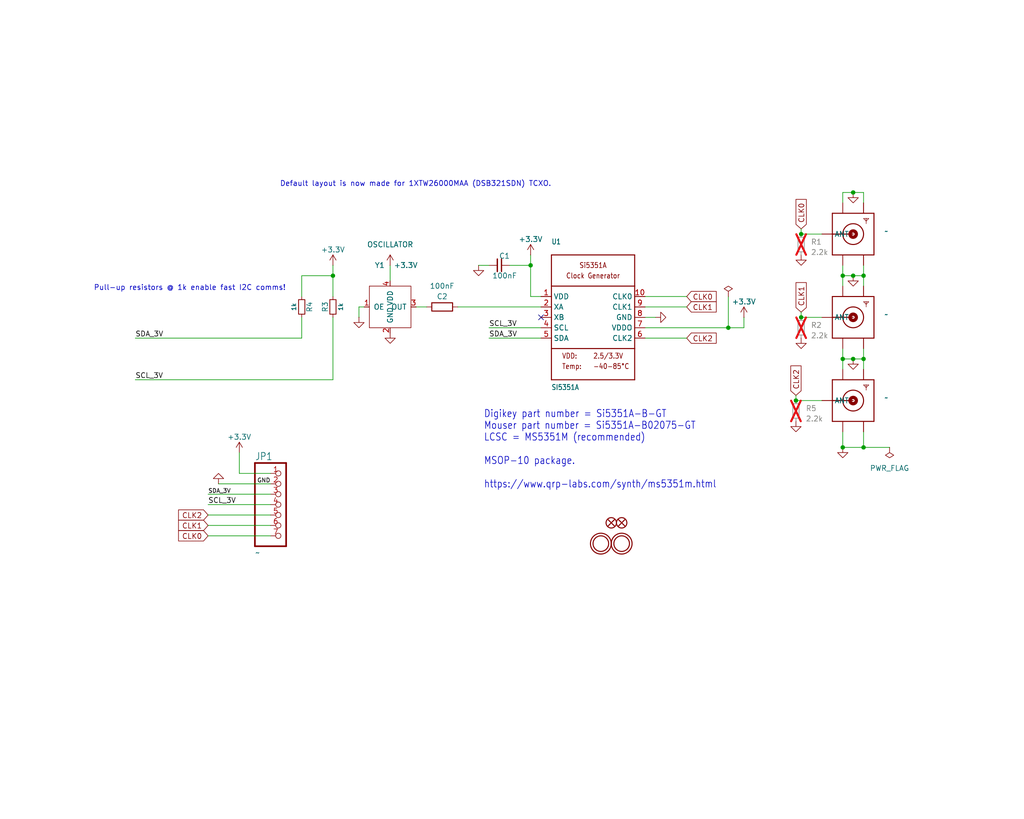
<source format=kicad_sch>
(kicad_sch (version 20240417) (generator "eeschema") (generator_version "8.99")
  (paper "User" 250.012 200)
  (title_block (date "2024-05-27") (rev "v4.02"))
  (lib_symbols
    (symbol "Adafruit Si5351A-eagle-import:FIDUCIAL{dblquote}{dblquote}"
      (symbol "FIDUCIAL{dblquote}{dblquote}_1_0"
        (polyline (pts (xy -0.762 0.762) (xy 0.762 -0.762)) (stroke (width 0.254)))
        (circle (center 0 0) (radius 1.27) (stroke (width 0.254)))
        (polyline (pts (xy 0.762 0.762) (xy -0.762 -0.762)) (stroke (width 0.254)))
      )
    )
    (symbol "Adafruit Si5351A-eagle-import:HEADER-1X7THICKER"
      (property "Reference" "JP" (at -6.35 10.795 0))
      (symbol "HEADER-1X7THICKER_1_0"
        (polyline (pts (xy -6.35 10.16) (xy -6.35 -10.16)) (stroke (width 0.4064)))
        (polyline (pts (xy -6.35 -10.16) (xy 1.27 -10.16)) (stroke (width 0.4064)))
        (polyline (pts (xy 1.27 10.16) (xy -6.35 10.16)) (stroke (width 0.4064)))
        (polyline (pts (xy 1.27 -10.16) (xy 1.27 10.16)) (stroke (width 0.4064)))
        (pin passive inverted (at -2.54 7.62 0) (length 2.54) (name "1") (number "1"))
        (pin passive inverted (at -2.54 5.08 0) (length 2.54) (name "2") (number "2"))
        (pin passive inverted (at -2.54 2.54 0) (length 2.54) (name "3") (number "3"))
        (pin passive inverted (at -2.54 0 0) (length 2.54) (name "4") (number "4"))
        (pin passive inverted (at -2.54 -2.54 0) (length 2.54) (name "5") (number "5"))
        (pin passive inverted (at -2.54 -5.08 0) (length 2.54) (name "6") (number "6"))
        (pin passive inverted (at -2.54 -7.62 0) (length 2.54) (name "7") (number "7"))
      )
    )
    (symbol "Adafruit Si5351A-eagle-import:MOUNTINGHOLE2.5"
      (symbol "MOUNTINGHOLE2.5_1_0"
        (circle (center 0 0) (radius 1.905) (stroke (width 0.254)))
        (circle (center 0 0) (radius 2.54) (stroke (width 0.254)))
      )
    )
    (symbol "Adafruit Si5351A-eagle-import:SI5351A"
      (property "Reference" "U" (at -10.16 17.78 0))
      (symbol "SI5351A_1_0"
        (polyline (pts (xy -10.16 15.24) (xy 10.16 15.24)) (stroke (width 0.254)))
        (polyline (pts (xy -10.16 7.62) (xy 10.16 7.62)) (stroke (width 0.254)))
        (polyline (pts (xy -10.16 7.62) (xy -10.16 15.24)) (stroke (width 0.254)))
        (polyline (pts (xy -10.16 -7.62) (xy -10.16 -15.24)) (stroke (width 0.254)))
        (polyline (pts (xy -10.16 -7.62) (xy -10.16 7.62)) (stroke (width 0.254)))
        (polyline (pts (xy -10.16 -15.24) (xy 10.16 -15.24)) (stroke (width 0.254)))
        (polyline (pts (xy 10.16 15.24) (xy 10.16 7.62)) (stroke (width 0.254)))
        (polyline (pts (xy 10.16 7.62) (xy 10.16 -7.62)) (stroke (width 0.254)))
        (polyline (pts (xy 10.16 -7.62) (xy -10.16 -7.62)) (stroke (width 0.254)))
        (polyline (pts (xy 10.16 -15.24) (xy 10.16 -7.62)) (stroke (width 0.254)))
        (text "VDD:" (at -7.62 -10.16 0) (effects (font (size 1.27 1.0795)) (justify left bottom)))
        (text "Temp:" (at -7.62 -12.7 0) (effects (font (size 1.27 1.0795)) (justify left bottom)))
        (text "Si5351A" (at 0 12.7 0) (effects (font (size 1.27 1.0795))))
        (text "Clock Generator" (at 0 10.16 0) (effects (font (size 1.27 1.0795))))
        (text "2.5/3.3V" (at 0 -10.16 0) (effects (font (size 1.27 1.0795)) (justify left bottom)))
        (text "-40-85°C" (at 0 -12.7 0) (effects (font (size 1.27 1.0795)) (justify left bottom)))
        (pin power_in line (at -12.7 5.08 0) (length 2.54) (name "VDD") (number "1"))
        (pin output line (at 12.7 5.08 180) (length 2.54) (name "CLK0") (number "10"))
        (pin input line (at -12.7 2.54 0) (length 2.54) (name "XA") (number "2"))
        (pin input line (at -12.7 0 0) (length 2.54) (name "XB") (number "3"))
        (pin input line (at -12.7 -2.54 0) (length 2.54) (name "SCL") (number "4"))
        (pin bidirectional line (at -12.7 -5.08 0) (length 2.54) (name "SDA") (number "5"))
        (pin output line (at 12.7 -5.08 180) (length 2.54) (name "CLK2") (number "6"))
        (pin power_in line (at 12.7 -2.54 180) (length 2.54) (name "VDDO") (number "7"))
        (pin power_in line (at 12.7 0 180) (length 2.54) (name "GND") (number "8"))
        (pin output line (at 12.7 2.54 180) (length 2.54) (name "CLK1") (number "9"))
      )
    )
    (symbol "Adafruit Si5351A-eagle-import:SMACONNECTOR_EDGE"
      (property "Reference" "X" (at 7.62 2.54 0))
      (symbol "SMACONNECTOR_EDGE_1_0"
        (polyline (pts (xy -5.08 5.08) (xy 5.08 5.08)) (stroke (width 0.254)))
        (polyline (pts (xy -5.08 0) (xy -5.08 5.08)) (stroke (width 0.254)))
        (polyline (pts (xy -5.08 0) (xy 0 0)) (stroke (width 0.254)))
        (polyline (pts (xy -5.08 -5.08) (xy -5.08 0)) (stroke (width 0.254)))
        (circle (center 0 0) (radius 2.54) (stroke (width 0.254)))
        (circle (center 0 0) (radius 0.3592) (stroke (width 0.8128)))
        (polyline (pts (xy 2.54 3.81) (xy 3.175 3.81)) (stroke (width 0.127)))
        (polyline (pts (xy 3.175 3.81) (xy 3.81 3.81)) (stroke (width 0.127)))
        (polyline (pts (xy 3.175 3.81) (xy 3.175 2.54)) (stroke (width 0.127)))
        (polyline (pts (xy 3.175 3.175) (xy 2.54 3.81)) (stroke (width 0.127)))
        (polyline (pts (xy 3.81 3.81) (xy 3.175 3.175)) (stroke (width 0.127)))
        (polyline (pts (xy 5.08 5.08) (xy 5.08 -5.08)) (stroke (width 0.254)))
        (polyline (pts (xy 5.08 -5.08) (xy -5.08 -5.08)) (stroke (width 0.254)))
        (pin power_in line (at 2.54 -7.62 90) (length 2.54) (name "GND4") (number "GND@1"))
        (pin power_in line (at -2.54 -7.62 90) (length 2.54) (name "GND3") (number "GND@2"))
        (pin power_in line (at 2.54 7.62 270) (length 2.54) (name "GND2") (number "GND@3"))
        (pin power_in line (at -2.54 7.62 270) (length 2.54) (name "GND1") (number "GND@4"))
        (pin bidirectional line (at -7.62 0 0) (length 2.54) (name "ANT") (number "P"))
      )
    )
    (symbol "Device:C_Small" (pin_numbers hide) (pin_names (offset 0.254) hide)
      (property "Reference" "C" (at 0.254 1.778 0))
      (property "Value" "C_Small" (at 0.254 -2.032 0))
      (symbol "C_Small_0_1"
        (polyline (pts (xy -1.524 0.508) (xy 1.524 0.508)) (stroke (width 0.3048)))
        (polyline (pts (xy -1.524 -0.508) (xy 1.524 -0.508)) (stroke (width 0.3302)))
      )
      (symbol "C_Small_1_1"
        (pin passive line (at 0 2.54 270) (length 2.032) (name "~") (number "1"))
        (pin passive line (at 0 -2.54 90) (length 2.032) (name "~") (number "2"))
      )
    )
    (symbol "Device:R" (pin_numbers hide) (pin_names (offset 0))
      (property "Reference" "R" (at 2.032 0 90))
      (property "Value" "R" (at 0 0 90))
      (symbol "R_0_1"
        (rectangle (start -1.016 -2.54) (end 1.016 2.54) (stroke (width 0.254)))
      )
      (symbol "R_1_1"
        (pin passive line (at 0 3.81 270) (length 1.27) (name "~") (number "1"))
        (pin passive line (at 0 -3.81 90) (length 1.27) (name "~") (number "2"))
      )
    )
    (symbol "Device:R_Small" (pin_numbers hide) (pin_names (offset 0.254) hide)
      (property "Reference" "R" (at 0.762 0.508 0))
      (property "Value" "R_Small" (at 0.762 -1.016 0))
      (symbol "R_Small_0_1"
        (rectangle (start -0.762 1.778) (end 0.762 -1.778) (stroke (width 0.2032)))
      )
      (symbol "R_Small_1_1"
        (pin passive line (at 0 2.54 270) (length 0.762) (name "~") (number "1"))
        (pin passive line (at 0 -2.54 90) (length 0.762) (name "~") (number "2"))
      )
    )
    (symbol "EtherkitKicadLibrary:OSCILLATOR" (pin_names (offset 1.016))
      (property "Reference" "U" (at -12.192 8.509 0))
      (property "Value" "OSCILLATOR" (at -7.747 6.477 0))
      (symbol "OSCILLATOR_0_1"
        (rectangle (start -5.08 5.08) (end 5.08 -5.08))
      )
      (symbol "OSCILLATOR_1_1"
        (pin passive line (at -6.35 0 0) (length 1.27) (name "OE") (number "1"))
        (pin passive line (at 0 -6.35 90) (length 1.27) (name "GND") (number "2"))
        (pin passive line (at 6.35 0 180) (length 1.27) (name "OUT") (number "3"))
        (pin passive line (at 0 6.35 270) (length 1.27) (name "VDD") (number "4"))
      )
    )
    (symbol "power:+3.3V" (power) (pin_numbers hide) (pin_names (offset 0) hide)
      (property "Value" "+3.3V" (at 0 3.556 0))
      (symbol "+3.3V_0_1"
        (polyline (pts (xy -0.762 1.27) (xy 0 2.54)))
        (polyline (pts (xy 0 2.54) (xy 0.762 1.27)))
        (polyline (pts (xy 0 0) (xy 0 2.54)))
      )
      (symbol "+3.3V_1_1"
        (pin power_in line (at 0 0 90) (length 0) (name "~") (number "1"))
      )
    )
    (symbol "power:GND" (power) (pin_numbers hide) (pin_names (offset 0) hide)
      (property "Value" "GND" (at 0 -3.81 0))
      (symbol "GND_0_1"
        (polyline (pts (xy 0 0) (xy 0 -1.27) (xy 1.27 -1.27) (xy 0 -2.54) (xy -1.27 -1.27) (xy 0 -1.27)))
      )
      (symbol "GND_1_1"
        (pin power_in line (at 0 0 270) (length 0) (name "~") (number "1"))
      )
    )
    (symbol "power:PWR_FLAG" (power) (pin_numbers hide) (pin_names (offset 0) hide)
      (property "Value" "PWR_FLAG" (at 0 3.81 0))
      (symbol "PWR_FLAG_0_0"
        (pin power_out line (at 0 0 90) (length 0) (name "~") (number "1"))
      )
      (symbol "PWR_FLAG_0_1"
        (polyline (pts (xy 0 0) (xy 0 1.27) (xy -1.016 1.905) (xy 0 2.54) (xy 1.016 1.905) (xy 0 1.27)))
      )
    )
  )
  (text "Default layout is now made for 1XTW26000MAA (DSB321SDN) TCXO." (at 134.62 45.72 0) (effects (font (size 1.27 1.27)) (justify right bottom)))
  (text "Pull-up resistors @ 1k enable fast I2C comms!" (at 22.86 71.12 0) (effects (font (size 1.27 1.27)) (justify left bottom)))
  (text "Digikey part number = Si5351A-B-GT\nMouser part number = Si5351A-B02075-GT\nLCSC = MS5351M (recommended)\n\nMSOP-10 package.\n\nhttps://www.qrp-labs.com/synth/ms5351m.html" (at 118.11 119.38 0) (effects (font (size 1.778 1.5113)) (justify left bottom)))
  (junction (at 208.28 67.31))
  (junction (at 208.28 46.99))
  (junction (at 210.82 67.31))
  (junction (at 208.28 87.63))
  (junction (at 194.31 97.79))
  (junction (at 81.28 67.31))
  (junction (at 205.74 87.63))
  (junction (at 210.82 87.63))
  (junction (at 195.58 57.15))
  (junction (at 210.82 109.22))
  (junction (at 177.8 80.01))
  (junction (at 195.58 77.47))
  (junction (at 129.54 64.77))
  (junction (at 205.74 109.22))
  (junction (at 205.74 67.31))
  (no_connect (at 132.08 77.47))
  (wire (pts (xy 195.58 76.2) (xy 195.58 77.47)))
  (wire (pts (xy 81.28 77.47) (xy 81.28 92.71)))
  (wire (pts (xy 124.46 64.77) (xy 129.54 64.77)))
  (wire (pts (xy 210.82 85.09) (xy 210.82 87.63)))
  (wire (pts (xy 205.74 109.22) (xy 210.82 109.22)))
  (wire (pts (xy 73.66 67.31) (xy 81.28 67.31)))
  (wire (pts (xy 210.82 64.77) (xy 210.82 67.31)))
  (wire (pts (xy 205.74 46.99) (xy 208.28 46.99)))
  (wire (pts (xy 205.74 64.77) (xy 205.74 67.31)))
  (wire (pts (xy 50.8 123.19) (xy 66.04 123.19)))
  (wire (pts (xy 73.66 67.31) (xy 73.66 72.39)))
  (wire (pts (xy 210.82 67.31) (xy 210.82 69.85)))
  (wire (pts (xy 177.8 72.39) (xy 177.8 80.01)))
  (wire (pts (xy 157.48 80.01) (xy 177.8 80.01)))
  (wire (pts (xy 58.42 110.49) (xy 58.42 115.57)))
  (wire (pts (xy 132.08 82.55) (xy 119.38 82.55)))
  (wire (pts (xy 129.54 62.23) (xy 129.54 64.77)))
  (wire (pts (xy 194.31 96.52) (xy 194.31 97.79)))
  (wire (pts (xy 119.38 64.77) (xy 116.84 64.77)))
  (wire (pts (xy 210.82 87.63) (xy 210.82 90.17)))
  (wire (pts (xy 208.28 67.31) (xy 210.82 67.31)))
  (wire (pts (xy 205.74 67.31) (xy 208.28 67.31)))
  (wire (pts (xy 111.76 74.93) (xy 132.08 74.93)))
  (wire (pts (xy 81.28 67.31) (xy 81.28 64.77)))
  (wire (pts (xy 205.74 46.99) (xy 205.74 49.53)))
  (wire (pts (xy 205.74 85.09) (xy 205.74 87.63)))
  (wire (pts (xy 81.28 67.31) (xy 81.28 72.39)))
  (wire (pts (xy 66.04 125.73) (xy 50.8 125.73)))
  (wire (pts (xy 66.04 128.27) (xy 50.8 128.27)))
  (wire (pts (xy 194.31 97.79) (xy 200.66 97.79)))
  (wire (pts (xy 205.74 105.41) (xy 205.74 109.22)))
  (wire (pts (xy 195.58 55.88) (xy 195.58 57.15)))
  (wire (pts (xy 205.74 87.63) (xy 208.28 87.63)))
  (wire (pts (xy 53.34 118.11) (xy 66.04 118.11)))
  (wire (pts (xy 177.8 80.01) (xy 181.61 80.01)))
  (wire (pts (xy 33.02 82.55) (xy 73.66 82.55)))
  (wire (pts (xy 157.48 72.39) (xy 167.64 72.39)))
  (wire (pts (xy 210.82 105.41) (xy 210.82 109.22)))
  (wire (pts (xy 132.08 72.39) (xy 129.54 72.39)))
  (wire (pts (xy 50.8 120.65) (xy 66.04 120.65)))
  (wire (pts (xy 101.6 74.93) (xy 104.14 74.93)))
  (wire (pts (xy 87.63 77.47) (xy 87.63 74.93)))
  (wire (pts (xy 200.66 57.15) (xy 195.58 57.15)))
  (wire (pts (xy 210.82 109.22) (xy 217.17 109.22)))
  (wire (pts (xy 132.08 80.01) (xy 119.38 80.01)))
  (wire (pts (xy 208.28 46.99) (xy 210.82 46.99)))
  (wire (pts (xy 205.74 67.31) (xy 205.74 69.85)))
  (wire (pts (xy 129.54 64.77) (xy 129.54 72.39)))
  (wire (pts (xy 157.48 82.55) (xy 167.64 82.55)))
  (wire (pts (xy 87.63 74.93) (xy 88.9 74.93)))
  (wire (pts (xy 33.02 92.71) (xy 81.28 92.71)))
  (wire (pts (xy 181.61 77.47) (xy 181.61 80.01)))
  (wire (pts (xy 210.82 46.99) (xy 210.82 49.53)))
  (wire (pts (xy 95.25 64.77) (xy 95.25 68.58)))
  (wire (pts (xy 157.48 77.47) (xy 160.02 77.47)))
  (wire (pts (xy 195.58 77.47) (xy 200.66 77.47)))
  (wire (pts (xy 205.74 87.63) (xy 205.74 90.17)))
  (wire (pts (xy 157.48 74.93) (xy 167.64 74.93)))
  (wire (pts (xy 73.66 77.47) (xy 73.66 82.55)))
  (wire (pts (xy 66.04 130.81) (xy 50.8 130.81)))
  (wire (pts (xy 66.04 115.57) (xy 58.42 115.57)))
  (wire (pts (xy 208.28 87.63) (xy 210.82 87.63)))
  (label "SCL_3V" (at 33.02 92.71 0) (effects (font (size 1.2446 1.2446))))
  (label "GND" (at 66.04 118.11 180) (effects (font (size 1.016 1.016))))
  (label "SDA_3V" (at 119.38 82.55 0) (effects (font (size 1.2446 1.2446))))
  (label "SCL_3V" (at 50.8 123.19 0) (effects (font (size 1.2446 1.2446))))
  (label "SDA_3V" (at 50.8 120.65 0) (effects (font (size 1 1))))
  (label "SCL_3V" (at 119.38 80.01 0) (effects (font (size 1.2446 1.2446))))
  (label "SDA_3V" (at 33.02 82.55 0) (effects (font (size 1.2446 1.2446))))
  (global_label "CLK0" (shape input) (at 195.58 55.88 90) (property "Intersheetrefs" "${INTERSHEET_REFS}" (effects (hide yes))))
  (global_label "CLK1" (shape input) (at 167.64 74.93 0) (property "Intersheetrefs" "${INTERSHEET_REFS}" (effects (hide yes))))
  (global_label "CLK0" (shape input) (at 167.64 72.39 0) (property "Intersheetrefs" "${INTERSHEET_REFS}" (effects (hide yes))))
  (global_label "CLK1" (shape input) (at 195.58 76.2 90) (property "Intersheetrefs" "${INTERSHEET_REFS}" (effects (hide yes))))
  (global_label "CLK2" (shape input) (at 167.64 82.55 0) (property "Intersheetrefs" "${INTERSHEET_REFS}" (effects (hide yes))))
  (global_label "CLK2" (shape input) (at 194.31 96.52 90) (property "Intersheetrefs" "${INTERSHEET_REFS}" (effects (hide yes))))
  (global_label "CLK0" (shape input) (at 50.8 130.81 180) (property "Intersheetrefs" "${INTERSHEET_REFS}" (effects (hide yes))))
  (global_label "CLK1" (shape input) (at 50.8 128.27 180) (property "Intersheetrefs" "${INTERSHEET_REFS}" (effects (hide yes))))
  (global_label "CLK2" (shape input) (at 50.8 125.73 180) (property "Intersheetrefs" "${INTERSHEET_REFS}" (effects (hide yes))))
  (symbol (lib_id "Adafruit Si5351A-eagle-import:HEADER-1X7THICKER") (at 68.58 123.19 0) (unit 1)
    (property "Reference" "JP1" (at 62.23 112.395 0) (effects (font (size 1.778 1.5113)) (justify left bottom)))
    (property "Value" "~" (at 62.23 135.89 0) (effects (font (size 1.778 1.5113)) (justify left bottom)))
    (property "Footprint" "Adafruit Si5351A:1X07_ROUND_76" (effects (hide yes)))
  )
  (symbol (lib_id "Device:R_Small") (at 195.58 80.01 180) (unit 1) (dnp yes)
    (property "Reference" "R2" (at 197.9422 79.375 0) (effects (justify right)))
    (property "Value" "2.2k" (at 197.9422 81.915 0) (effects (justify right)))
    (property "Footprint" "Resistor_SMD:R_0805_2012Metric_Pad1.20x1.40mm_HandSolder" (effects (hide yes)))
  )
  (symbol (lib_id "Adafruit Si5351A-eagle-import:FIDUCIAL{dblquote}{dblquote}") (at 149.225 127.635 0) (unit 1)
    (property "Reference" "FID2" (effects (hide yes)))
    (property "Footprint" "Fiducial:Fiducial_1mm_Mask2mm" (effects (hide yes)))
  )
  (symbol (lib_id "power:GND") (at 208.28 87.63 0) (unit 1)
    (property "Reference" "#PWR07" (effects (hide yes)))
    (property "Value" "GND" (effects (hide yes)))
    (property "Description" "Power symbol creates a global label with name \"GND\" , ground" (effects (hide yes)))
  )
  (symbol (lib_id "Adafruit Si5351A-eagle-import:SI5351A") (at 144.78 77.47 0) (unit 1)
    (property "Reference" "U1" (at 134.62 59.69 0) (effects (font (size 1.27 1.0795)) (justify left bottom)))
    (property "Value" "SI5351A" (at 134.62 95.25 0) (effects (font (size 1.27 1.0795)) (justify left bottom)))
    (property "Footprint" "Package_SO:MSOP-10_3x3mm_P0.5mm" (effects (hide yes)))
  )
  (symbol (lib_id "power:+3.3V") (at 81.28 64.77 0) (unit 1)
    (property "Reference" "#PWR01" (effects (hide yes)))
    (property "Value" "+3.3V" (at 81.28 60.96 0))
    (property "Description" "Power symbol creates a global label with name \"+3.3V\"" (effects (hide yes)))
  )
  (symbol (lib_id "Adafruit Si5351A-eagle-import:SMACONNECTOR_EDGE") (at 208.28 97.79 0) (unit 1)
    (property "Reference" "X3" (effects (hide yes)))
    (property "Value" "~" (at 215.9 97.79 0) (effects (font (size 1.27 1.0795)) (justify left bottom)))
    (property "Footprint" "footprints:SMA_EDGELAUNCH_Same" (effects (hide yes)))
  )
  (symbol (lib_id "Adafruit Si5351A-eagle-import:SMACONNECTOR_EDGE") (at 208.28 57.15 0) (unit 1)
    (property "Reference" "X1" (effects (hide yes)))
    (property "Value" "~" (at 215.9 57.15 0) (effects (font (size 1.27 1.0795)) (justify left bottom)))
    (property "Footprint" "footprints:SMA_EDGELAUNCH_Same" (effects (hide yes)))
  )
  (symbol (lib_id "Device:R_Small") (at 73.66 74.93 180) (unit 1)
    (property "Reference" "R4" (at 75.565 74.93 90))
    (property "Value" "1k" (at 71.755 74.93 90) (effects (font (size 1.016 1.016) (bold yes))))
    (property "Footprint" "Resistor_SMD:R_0805_2012Metric_Pad1.20x1.40mm_HandSolder" (effects (hide yes)))
  )
  (symbol (lib_id "power:GND") (at 208.28 67.31 0) (unit 1)
    (property "Reference" "#PWR08" (effects (hide yes)))
    (property "Value" "GND" (effects (hide yes)))
    (property "Description" "Power symbol creates a global label with name \"GND\" , ground" (effects (hide yes)))
  )
  (symbol (lib_id "Adafruit Si5351A-eagle-import:MOUNTINGHOLE2.5") (at 151.765 132.715 0) (unit 1)
    (property "Reference" "H2" (effects (hide yes)))
    (property "Value" "MOUNTINGHOLE2.5" (effects (hide yes)))
    (property "Footprint" "MountingHole:MountingHole_2.5mm" (effects (hide yes)))
  )
  (symbol (lib_id "power:+3.3V") (at 181.61 77.47 0) (unit 1)
    (property "Reference" "#PWR03" (effects (hide yes)))
    (property "Value" "+3.3V" (at 181.61 73.66 0))
    (property "Description" "Power symbol creates a global label with name \"+3.3V\"" (effects (hide yes)))
  )
  (symbol (lib_id "power:GND") (at 160.02 77.47 90) (unit 1)
    (property "Reference" "#PWR011" (effects (hide yes)))
    (property "Value" "GND" (effects (hide yes)))
    (property "Description" "Power symbol creates a global label with name \"GND\" , ground" (effects (hide yes)))
  )
  (symbol (lib_id "power:GND") (at 195.58 62.23 0) (unit 1)
    (property "Reference" "#PWR010" (effects (hide yes)))
    (property "Value" "GND" (effects (hide yes)))
    (property "Description" "Power symbol creates a global label with name \"GND\" , ground" (effects (hide yes)))
  )
  (symbol (lib_id "Device:R_Small") (at 195.58 59.69 180) (unit 1) (dnp yes)
    (property "Reference" "R1" (at 197.9422 59.055 0) (effects (justify right)))
    (property "Value" "2.2k" (at 197.9422 61.595 0) (effects (justify right)))
    (property "Footprint" "Resistor_SMD:R_0805_2012Metric_Pad1.20x1.40mm_HandSolder" (effects (hide yes)))
  )
  (symbol (lib_id "power:GND") (at 194.31 102.87 0) (unit 1)
    (property "Reference" "#PWR04" (effects (hide yes)))
    (property "Value" "GND" (effects (hide yes)))
    (property "Description" "Power symbol creates a global label with name \"GND\" , ground" (effects (hide yes)))
  )
  (symbol (lib_id "power:+3.3V") (at 58.42 110.49 0) (unit 1)
    (property "Reference" "#PWR0101" (effects (hide yes)))
    (property "Value" "+3.3V" (at 58.42 106.68 0))
    (property "Description" "Power symbol creates a global label with name \"+3.3V\"" (effects (hide yes)))
  )
  (symbol (lib_id "EtherkitKicadLibrary:OSCILLATOR") (at 95.25 74.93 0) (unit 1)
    (property "Reference" "Y1" (at 92.71 64.77 0))
    (property "Value" "OSCILLATOR" (at 95.25 59.69 0))
    (property "Footprint" "footprints:OSC-SMD_4P-L3.2-W2.5-BL_1XTV" (effects (hide yes)))
  )
  (symbol (lib_id "power:GND") (at 205.74 109.22 0) (unit 1)
    (property "Reference" "#PWR05" (effects (hide yes)))
    (property "Value" "GND" (effects (hide yes)))
    (property "Description" "Power symbol creates a global label with name \"GND\" , ground" (effects (hide yes)))
  )
  (symbol (lib_id "power:GND") (at 208.28 46.99 0) (unit 1)
    (property "Reference" "#PWR09" (effects (hide yes)))
    (property "Value" "GND" (effects (hide yes)))
    (property "Description" "Power symbol creates a global label with name \"GND\" , ground" (effects (hide yes)))
  )
  (symbol (lib_id "Device:C_Small") (at 121.92 64.77 270) (unit 1)
    (property "Reference" "C1" (at 123.17 62.48 90))
    (property "Value" "100nF" (at 123.19 67.31 90))
    (property "Footprint" "Capacitor_SMD:C_0805_2012Metric_Pad1.18x1.45mm_HandSolder" (effects (hide yes)))
  )
  (symbol (lib_id "Device:R_Small") (at 194.31 100.33 180) (unit 1) (dnp yes)
    (property "Reference" "R5" (at 196.6722 99.695 0) (effects (justify right)))
    (property "Value" "2.2k" (at 196.6722 102.235 0) (effects (justify right)))
    (property "Footprint" "Resistor_SMD:R_0805_2012Metric_Pad1.20x1.40mm_HandSolder" (effects (hide yes)))
  )
  (symbol (lib_id "power:GND") (at 53.34 118.11 180) (unit 1)
    (property "Reference" "#PWR015" (effects (hide yes)))
    (property "Value" "GND" (effects (hide yes)))
    (property "Description" "Power symbol creates a global label with name \"GND\" , ground" (effects (hide yes)))
  )
  (symbol (lib_id "Adafruit Si5351A-eagle-import:FIDUCIAL{dblquote}{dblquote}") (at 151.765 127.635 0) (unit 1)
    (property "Reference" "FID1" (effects (hide yes)))
    (property "Footprint" "Fiducial:Fiducial_1mm_Mask2mm" (effects (hide yes)))
  )
  (symbol (lib_id "power:GND") (at 116.84 64.77 0) (unit 1)
    (property "Reference" "#PWR014" (effects (hide yes)))
    (property "Value" "GND" (effects (hide yes)))
    (property "Description" "Power symbol creates a global label with name \"GND\" , ground" (effects (hide yes)))
  )
  (symbol (lib_id "Device:R") (at 107.95 74.93 90) (unit 1)
    (property "Reference" "C2" (at 107.95 72.39 90))
    (property "Value" "100nF" (at 107.9246 69.8246 90))
    (property "Footprint" "Capacitor_SMD:C_0805_2012Metric" (effects (hide yes)))
  )
  (symbol (lib_id "power:+3.3V") (at 95.25 64.77 0) (unit 1)
    (property "Reference" "#PWR0102" (effects (hide yes)))
    (property "Value" "+3.3V" (at 99.06 64.77 0))
    (property "Description" "Power symbol creates a global label with name \"+3.3V\"" (effects (hide yes)))
  )
  (symbol (lib_id "power:GND") (at 195.58 82.55 0) (unit 1)
    (property "Reference" "#PWR06" (effects (hide yes)))
    (property "Value" "GND" (effects (hide yes)))
    (property "Description" "Power symbol creates a global label with name \"GND\" , ground" (effects (hide yes)))
  )
  (symbol (lib_id "power:PWR_FLAG") (at 217.17 109.22 180) (unit 1)
    (property "Reference" "#FLG01" (effects (hide yes)))
    (property "Value" "PWR_FLAG" (at 217.17 114.3 0))
    (property "Description" "Special symbol for telling ERC where power comes from" (effects (hide yes)))
  )
  (symbol (lib_id "Device:R_Small") (at 81.28 74.93 180) (unit 1)
    (property "Reference" "R3" (at 79.375 74.93 90))
    (property "Value" "1k" (at 83.185 74.93 90) (effects (font (size 1.016 1.016) (bold yes))))
    (property "Footprint" "Resistor_SMD:R_0805_2012Metric_Pad1.20x1.40mm_HandSolder" (effects (hide yes)))
  )
  (symbol (lib_id "power:PWR_FLAG") (at 177.8 72.39 0) (unit 1)
    (property "Reference" "#FLG0101" (effects (hide yes)))
    (property "Value" "PWR_FLAG" (effects (hide yes)))
    (property "Description" "Special symbol for telling ERC where power comes from" (effects (hide yes)))
  )
  (symbol (lib_id "power:GND") (at 95.25 81.28 0) (unit 1)
    (property "Reference" "#PWR012" (effects (hide yes)))
    (property "Value" "GND" (effects (hide yes)))
    (property "Description" "Power symbol creates a global label with name \"GND\" , ground" (effects (hide yes)))
  )
  (symbol (lib_id "power:GND") (at 87.63 77.47 0) (unit 1)
    (property "Reference" "#PWR013" (effects (hide yes)))
    (property "Value" "GND" (effects (hide yes)))
    (property "Description" "Power symbol creates a global label with name \"GND\" , ground" (effects (hide yes)))
  )
  (symbol (lib_id "Adafruit Si5351A-eagle-import:SMACONNECTOR_EDGE") (at 208.28 77.47 0) (unit 1)
    (property "Reference" "X2" (effects (hide yes)))
    (property "Value" "~" (at 215.9 77.47 0) (effects (font (size 1.27 1.0795)) (justify left bottom)))
    (property "Footprint" "footprints:SMA_EDGELAUNCH_Same" (effects (hide yes)))
  )
  (symbol (lib_id "power:+3.3V") (at 129.54 62.23 0) (unit 1)
    (property "Reference" "#PWR02" (effects (hide yes)))
    (property "Value" "+3.3V" (at 129.54 58.42 0))
    (property "Description" "Power symbol creates a global label with name \"+3.3V\"" (effects (hide yes)))
  )
  (symbol (lib_id "Adafruit Si5351A-eagle-import:MOUNTINGHOLE2.5") (at 146.685 132.715 0) (unit 1)
    (property "Reference" "H1" (effects (hide yes)))
    (property "Value" "MOUNTINGHOLE2.5" (effects (hide yes)))
    (property "Footprint" "MountingHole:MountingHole_2.5mm" (effects (hide yes)))
  )
)
</source>
